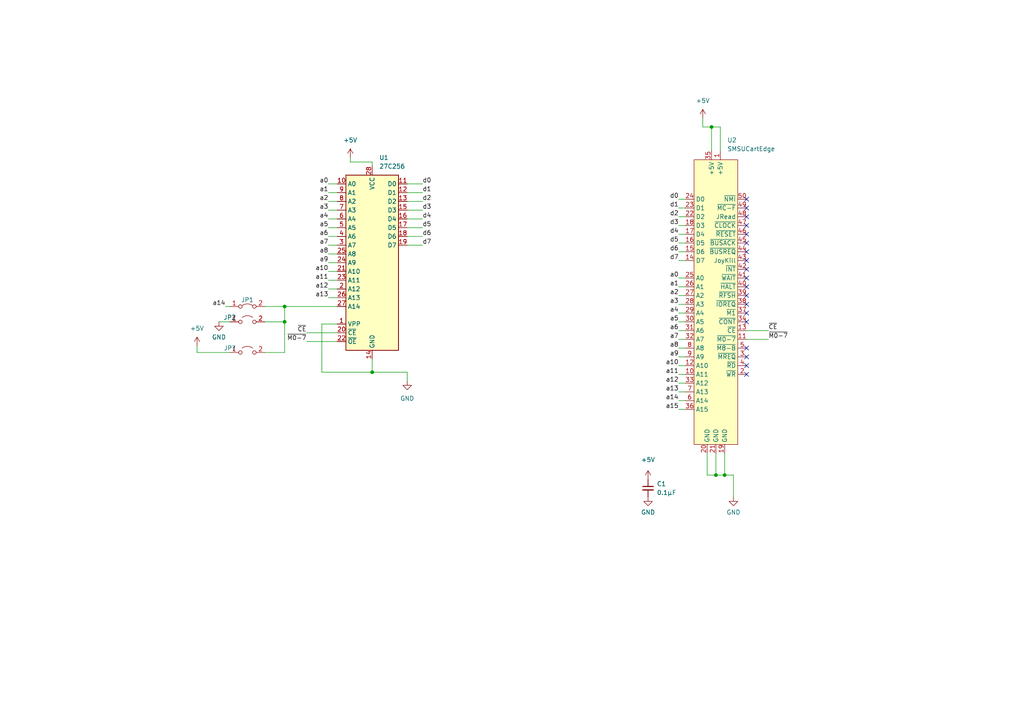
<source format=kicad_sch>
(kicad_sch (version 20211123) (generator eeschema)
  (paper "A4")
  (lib_symbols
    (symbol "Device:C_Small" (pin_numbers hide) (pin_names (offset 0.254) hide)
      (property "Reference" "C" (at 0.254 1.778 0))
      (property "Value" "C_Small" (at 0.254 -2.032 0))
      (symbol "C_Small_0_1"
        (polyline (pts (xy -1.524 -0.508) (xy 1.524 -0.508)) (stroke (width 0.3302)))
        (polyline (pts (xy -1.524 0.508) (xy 1.524 0.508)) (stroke (width 0.3048)))
      )
      (symbol "C_Small_1_1"
        (pin passive line (at 0 2.54 270) (length 2.032) (name "~") (number "1"))
        (pin passive line (at 0 -2.54 90) (length 2.032) (name "~") (number "2"))
      )
    )
    (symbol "Jumper:Jumper_2_Bridged" (pin_names (offset 0) hide)
      (property "Reference" "JP" (at 0 1.905 0))
      (property "Value" "Jumper_2_Bridged" (at 0 -2.54 0))
      (symbol "Jumper_2_Bridged_0_0"
        (circle (center -2.032 0) (radius 0.508))
        (circle (center 2.032 0) (radius 0.508))
      )
      (symbol "Jumper_2_Bridged_0_1"
        (arc (start 1.524 0.254) (mid 0 0.762) (end -1.524 0.254))
      )
      (symbol "Jumper_2_Bridged_1_1"
        (pin passive line (at -5.08 0 0) (length 2.54) (name "A") (number "1"))
        (pin passive line (at 5.08 0 180) (length 2.54) (name "B") (number "2"))
      )
    )
    (symbol "Jumper:Jumper_2_Open" (pin_names (offset 0) hide)
      (property "Reference" "JP" (at 0 2.794 0))
      (property "Value" "Jumper_2_Open" (at 0 -2.286 0))
      (symbol "Jumper_2_Open_0_0"
        (circle (center -2.032 0) (radius 0.508))
        (circle (center 2.032 0) (radius 0.508))
      )
      (symbol "Jumper_2_Open_0_1"
        (arc (start 1.524 1.27) (mid 0 1.778) (end -1.524 1.27))
      )
      (symbol "Jumper_2_Open_1_1"
        (pin passive line (at -5.08 0 0) (length 2.54) (name "A") (number "1"))
        (pin passive line (at 5.08 0 180) (length 2.54) (name "B") (number "2"))
      )
    )
    (symbol "MasterSystem:SMSUCartEdge"
      (property "Reference" "U" (at 0 0 0))
      (property "Value" "SMSUCartEdge" (at 0 0 0))
      (symbol "SMSUCartEdge_0_1"
        (rectangle (start -3.81 6.35) (end 8.89 -76.2) (fill (type background)))
      )
      (symbol "SMSUCartEdge_1_1"
        (pin power_in line (at 3.81 8.89 270) (length 2.54) (name "+5V") (number "1"))
        (pin output line (at -6.35 -55.88 0) (length 2.54) (name "A11") (number "10"))
        (pin output line (at 11.43 -45.72 180) (length 2.54) (name "~{M0-7}") (number "11"))
        (pin output line (at -6.35 -53.34 0) (length 2.54) (name "A10") (number "12"))
        (pin output line (at 11.43 -43.18 180) (length 2.54) (name "~{CE}") (number "13"))
        (pin bidirectional line (at -6.35 -22.86 0) (length 2.54) (name "D7") (number "14"))
        (pin bidirectional line (at -6.35 -20.32 0) (length 2.54) (name "D6") (number "15"))
        (pin bidirectional line (at -6.35 -17.78 0) (length 2.54) (name "D5") (number "16"))
        (pin bidirectional line (at -6.35 -15.24 0) (length 2.54) (name "D4") (number "17"))
        (pin bidirectional line (at -6.35 -12.7 0) (length 2.54) (name "D3") (number "18"))
        (pin power_in line (at 5.08 -78.74 90) (length 2.54) (name "GND") (number "19"))
        (pin output line (at 11.43 -55.88 180) (length 2.54) (name "~{WR}") (number "2"))
        (pin power_in line (at 0 -78.74 90) (length 2.54) (name "GND") (number "20"))
        (pin power_in line (at 2.54 -78.74 90) (length 2.54) (name "GND") (number "21"))
        (pin bidirectional line (at -6.35 -10.16 0) (length 2.54) (name "D2") (number "22"))
        (pin bidirectional line (at -6.35 -7.62 0) (length 2.54) (name "D1") (number "23"))
        (pin bidirectional line (at -6.35 -5.08 0) (length 2.54) (name "D0") (number "24"))
        (pin output line (at -6.35 -27.94 0) (length 2.54) (name "A0") (number "25"))
        (pin output line (at -6.35 -30.48 0) (length 2.54) (name "A1") (number "26"))
        (pin output line (at -6.35 -33.02 0) (length 2.54) (name "A2") (number "27"))
        (pin output line (at -6.35 -35.56 0) (length 2.54) (name "A3") (number "28"))
        (pin output line (at -6.35 -38.1 0) (length 2.54) (name "A4") (number "29"))
        (pin output line (at 11.43 -50.8 180) (length 2.54) (name "~{MREQ}") (number "3"))
        (pin output line (at -6.35 -40.64 0) (length 2.54) (name "A5") (number "30"))
        (pin output line (at -6.35 -43.18 0) (length 2.54) (name "A6") (number "31"))
        (pin output line (at -6.35 -45.72 0) (length 2.54) (name "A7") (number "32"))
        (pin output line (at -6.35 -58.42 0) (length 2.54) (name "A12") (number "33"))
        (pin output line (at 11.43 -40.64 180) (length 2.54) (name "~{CONT}") (number "34"))
        (pin power_in line (at 1.27 8.89 270) (length 2.54) (name "+5V") (number "35"))
        (pin output line (at -6.35 -66.04 0) (length 2.54) (name "A15") (number "36"))
        (pin output line (at 11.43 -38.1 180) (length 2.54) (name "~{M1}") (number "37"))
        (pin output line (at 11.43 -35.56 180) (length 2.54) (name "~{IOREQ}") (number "38"))
        (pin output line (at 11.43 -33.02 180) (length 2.54) (name "~{RFSH}") (number "39"))
        (pin output line (at 11.43 -53.34 180) (length 2.54) (name "~{RD}") (number "4"))
        (pin output line (at 11.43 -30.48 180) (length 2.54) (name "~{HALT}") (number "40"))
        (pin input line (at 11.43 -27.94 180) (length 2.54) (name "~{WAIT}") (number "41"))
        (pin input line (at 11.43 -25.4 180) (length 2.54) (name "~{INT}") (number "42"))
        (pin input line (at 11.43 -22.86 180) (length 2.54) (name "JoyKill") (number "43"))
        (pin input line (at 11.43 -20.32 180) (length 2.54) (name "~{BUSREQ}") (number "44"))
        (pin output line (at 11.43 -17.78 180) (length 2.54) (name "~{BUSACK}") (number "45"))
        (pin output line (at 11.43 -15.24 180) (length 2.54) (name "~{RESET}") (number "46"))
        (pin output line (at 11.43 -12.7 180) (length 2.54) (name "~{CLOCK}") (number "47"))
        (pin output line (at 11.43 -10.16 180) (length 2.54) (name "JRead") (number "48"))
        (pin output line (at 11.43 -7.62 180) (length 2.54) (name "~{MC-F}") (number "49"))
        (pin output line (at 11.43 -48.26 180) (length 2.54) (name "~{M8-B}") (number "5"))
        (pin input line (at 11.43 -5.08 180) (length 2.54) (name "~{NMI}") (number "50"))
        (pin output line (at -6.35 -63.5 0) (length 2.54) (name "A14") (number "6"))
        (pin output line (at -6.35 -60.96 0) (length 2.54) (name "A13") (number "7"))
        (pin output line (at -6.35 -48.26 0) (length 2.54) (name "A8") (number "8"))
        (pin output line (at -6.35 -50.8 0) (length 2.54) (name "A9") (number "9"))
      )
    )
    (symbol "Memory_EPROM:27C256"
      (property "Reference" "U" (at -7.62 26.67 0))
      (property "Value" "27C256" (at 2.54 -26.67 0))
      (symbol "27C256_1_1"
        (rectangle (start -7.62 25.4) (end 7.62 -25.4) (stroke (width 0.254)) (fill (type background)))
        (pin input line (at -10.16 -17.78 0) (length 2.54) (name "VPP") (number "1"))
        (pin input line (at -10.16 22.86 0) (length 2.54) (name "A0") (number "10"))
        (pin tri_state line (at 10.16 22.86 180) (length 2.54) (name "D0") (number "11"))
        (pin tri_state line (at 10.16 20.32 180) (length 2.54) (name "D1") (number "12"))
        (pin tri_state line (at 10.16 17.78 180) (length 2.54) (name "D2") (number "13"))
        (pin power_in line (at 0 -27.94 90) (length 2.54) (name "GND") (number "14"))
        (pin tri_state line (at 10.16 15.24 180) (length 2.54) (name "D3") (number "15"))
        (pin tri_state line (at 10.16 12.7 180) (length 2.54) (name "D4") (number "16"))
        (pin tri_state line (at 10.16 10.16 180) (length 2.54) (name "D5") (number "17"))
        (pin tri_state line (at 10.16 7.62 180) (length 2.54) (name "D6") (number "18"))
        (pin tri_state line (at 10.16 5.08 180) (length 2.54) (name "D7") (number "19"))
        (pin input line (at -10.16 -7.62 0) (length 2.54) (name "A12") (number "2"))
        (pin input line (at -10.16 -20.32 0) (length 2.54) (name "~{CE}") (number "20"))
        (pin input line (at -10.16 -2.54 0) (length 2.54) (name "A10") (number "21"))
        (pin input line (at -10.16 -22.86 0) (length 2.54) (name "~{OE}") (number "22"))
        (pin input line (at -10.16 -5.08 0) (length 2.54) (name "A11") (number "23"))
        (pin input line (at -10.16 0 0) (length 2.54) (name "A9") (number "24"))
        (pin input line (at -10.16 2.54 0) (length 2.54) (name "A8") (number "25"))
        (pin input line (at -10.16 -10.16 0) (length 2.54) (name "A13") (number "26"))
        (pin input line (at -10.16 -12.7 0) (length 2.54) (name "A14") (number "27"))
        (pin power_in line (at 0 27.94 270) (length 2.54) (name "VCC") (number "28"))
        (pin input line (at -10.16 5.08 0) (length 2.54) (name "A7") (number "3"))
        (pin input line (at -10.16 7.62 0) (length 2.54) (name "A6") (number "4"))
        (pin input line (at -10.16 10.16 0) (length 2.54) (name "A5") (number "5"))
        (pin input line (at -10.16 12.7 0) (length 2.54) (name "A4") (number "6"))
        (pin input line (at -10.16 15.24 0) (length 2.54) (name "A3") (number "7"))
        (pin input line (at -10.16 17.78 0) (length 2.54) (name "A2") (number "8"))
        (pin input line (at -10.16 20.32 0) (length 2.54) (name "A1") (number "9"))
      )
    )
    (symbol "power:+5V" (power) (pin_names (offset 0))
      (property "Value" "+5V" (at 0 3.556 0))
      (symbol "+5V_0_1"
        (polyline (pts (xy -0.762 1.27) (xy 0 2.54)))
        (polyline (pts (xy 0 0) (xy 0 2.54)))
        (polyline (pts (xy 0 2.54) (xy 0.762 1.27)))
      )
      (symbol "+5V_1_1"
        (pin power_in line (at 0 0 90) (length 0) hide (name "+5V") (number "1"))
      )
    )
    (symbol "power:GND" (power) (pin_names (offset 0))
      (property "Value" "GND" (at 0 -3.81 0))
      (symbol "GND_0_1"
        (polyline (pts (xy 0 0) (xy 0 -1.27) (xy 1.27 -1.27) (xy 0 -2.54) (xy -1.27 -1.27) (xy 0 -1.27)))
      )
      (symbol "GND_1_1"
        (pin power_in line (at 0 0 270) (length 0) hide (name "GND") (number "1"))
      )
    )
  )
  (junction (at 82.55 88.9))
  (junction (at 82.55 93.345))
  (junction (at 206.375 36.83))
  (junction (at 207.645 137.795))
  (junction (at 107.95 107.95))
  (junction (at 210.185 137.795))
  (no_connect (at 216.535 106.045))
  (no_connect (at 216.535 103.505))
  (no_connect (at 216.535 100.965))
  (no_connect (at 216.535 108.585))
  (no_connect (at 216.535 57.785))
  (no_connect (at 216.535 60.325))
  (no_connect (at 216.535 83.185))
  (no_connect (at 216.535 75.565))
  (no_connect (at 216.535 78.105))
  (no_connect (at 216.535 80.645))
  (no_connect (at 216.535 67.945))
  (no_connect (at 216.535 70.485))
  (no_connect (at 216.535 73.025))
  (no_connect (at 216.535 62.865))
  (no_connect (at 216.535 65.405))
  (no_connect (at 216.535 90.805))
  (no_connect (at 216.535 93.345))
  (no_connect (at 216.535 85.725))
  (no_connect (at 216.535 88.265))
  (wire (pts (xy 196.85 88.265) (xy 198.755 88.265)))
  (wire (pts (xy 196.85 60.325) (xy 198.755 60.325)))
  (wire (pts (xy 101.6 45.72) (xy 101.6 46.99)))
  (wire (pts (xy 208.915 36.83) (xy 208.915 43.815)))
  (wire (pts (xy 206.375 36.83) (xy 206.375 43.815)))
  (wire (pts (xy 196.85 80.645) (xy 198.755 80.645)))
  (wire (pts (xy 196.85 118.745) (xy 198.755 118.745)))
  (wire (pts (xy 95.25 73.66) (xy 97.79 73.66)))
  (wire (pts (xy 95.25 66.04) (xy 97.79 66.04)))
  (wire (pts (xy 65.405 88.9) (xy 66.675 88.9)))
  (wire (pts (xy 57.15 102.235) (xy 66.675 102.235)))
  (wire (pts (xy 203.835 36.83) (xy 206.375 36.83)))
  (wire (pts (xy 118.11 55.88) (xy 122.555 55.88)))
  (wire (pts (xy 207.645 131.445) (xy 207.645 137.795)))
  (wire (pts (xy 212.725 137.795) (xy 210.185 137.795)))
  (wire (pts (xy 196.85 98.425) (xy 198.755 98.425)))
  (wire (pts (xy 107.95 107.95) (xy 107.95 104.14)))
  (wire (pts (xy 196.85 67.945) (xy 198.755 67.945)))
  (wire (pts (xy 95.25 63.5) (xy 97.79 63.5)))
  (wire (pts (xy 196.85 85.725) (xy 198.755 85.725)))
  (wire (pts (xy 95.25 68.58) (xy 97.79 68.58)))
  (wire (pts (xy 63.5 93.345) (xy 66.675 93.345)))
  (wire (pts (xy 196.85 95.885) (xy 198.755 95.885)))
  (wire (pts (xy 196.85 106.045) (xy 198.755 106.045)))
  (wire (pts (xy 118.11 53.34) (xy 122.555 53.34)))
  (wire (pts (xy 82.55 93.345) (xy 82.55 88.9)))
  (wire (pts (xy 76.835 88.9) (xy 82.55 88.9)))
  (wire (pts (xy 196.85 70.485) (xy 198.755 70.485)))
  (wire (pts (xy 118.11 107.95) (xy 107.95 107.95)))
  (wire (pts (xy 95.25 78.74) (xy 97.79 78.74)))
  (wire (pts (xy 76.835 102.235) (xy 82.55 102.235)))
  (wire (pts (xy 212.725 144.145) (xy 212.725 137.795)))
  (wire (pts (xy 196.85 65.405) (xy 198.755 65.405)))
  (wire (pts (xy 95.25 71.12) (xy 97.79 71.12)))
  (wire (pts (xy 95.25 60.96) (xy 97.79 60.96)))
  (wire (pts (xy 95.25 76.2) (xy 97.79 76.2)))
  (wire (pts (xy 203.835 34.29) (xy 203.835 36.83)))
  (wire (pts (xy 118.11 110.49) (xy 118.11 107.95)))
  (wire (pts (xy 118.11 60.96) (xy 122.555 60.96)))
  (wire (pts (xy 95.25 81.28) (xy 97.79 81.28)))
  (wire (pts (xy 118.11 63.5) (xy 122.555 63.5)))
  (wire (pts (xy 95.25 55.88) (xy 97.79 55.88)))
  (wire (pts (xy 95.25 83.82) (xy 97.79 83.82)))
  (wire (pts (xy 82.55 88.9) (xy 97.79 88.9)))
  (wire (pts (xy 95.25 86.36) (xy 97.79 86.36)))
  (wire (pts (xy 107.95 46.99) (xy 107.95 48.26)))
  (wire (pts (xy 210.185 131.445) (xy 210.185 137.795)))
  (wire (pts (xy 93.345 107.95) (xy 107.95 107.95)))
  (wire (pts (xy 118.11 58.42) (xy 122.555 58.42)))
  (wire (pts (xy 206.375 36.83) (xy 208.915 36.83)))
  (wire (pts (xy 95.25 53.34) (xy 97.79 53.34)))
  (wire (pts (xy 93.345 93.98) (xy 93.345 107.95)))
  (wire (pts (xy 196.85 111.125) (xy 198.755 111.125)))
  (wire (pts (xy 118.11 71.12) (xy 122.555 71.12)))
  (wire (pts (xy 57.15 100.33) (xy 57.15 102.235)))
  (wire (pts (xy 205.105 137.795) (xy 205.105 131.445)))
  (wire (pts (xy 196.85 83.185) (xy 198.755 83.185)))
  (wire (pts (xy 95.25 58.42) (xy 97.79 58.42)))
  (wire (pts (xy 82.55 102.235) (xy 82.55 93.345)))
  (wire (pts (xy 196.85 62.865) (xy 198.755 62.865)))
  (wire (pts (xy 196.85 103.505) (xy 198.755 103.505)))
  (wire (pts (xy 97.79 93.98) (xy 93.345 93.98)))
  (wire (pts (xy 196.85 90.805) (xy 198.755 90.805)))
  (wire (pts (xy 196.85 75.565) (xy 198.755 75.565)))
  (wire (pts (xy 88.9 96.52) (xy 97.79 96.52)))
  (wire (pts (xy 196.85 57.785) (xy 198.755 57.785)))
  (wire (pts (xy 88.9 99.06) (xy 97.79 99.06)))
  (wire (pts (xy 76.835 93.345) (xy 82.55 93.345)))
  (wire (pts (xy 196.85 93.345) (xy 198.755 93.345)))
  (wire (pts (xy 216.535 98.425) (xy 222.885 98.425)))
  (wire (pts (xy 196.85 100.965) (xy 198.755 100.965)))
  (wire (pts (xy 101.6 46.99) (xy 107.95 46.99)))
  (wire (pts (xy 216.535 95.885) (xy 222.885 95.885)))
  (wire (pts (xy 118.11 66.04) (xy 122.555 66.04)))
  (wire (pts (xy 196.85 116.205) (xy 198.755 116.205)))
  (wire (pts (xy 196.85 113.665) (xy 198.755 113.665)))
  (wire (pts (xy 207.645 137.795) (xy 205.105 137.795)))
  (wire (pts (xy 210.185 137.795) (xy 207.645 137.795)))
  (wire (pts (xy 196.85 108.585) (xy 198.755 108.585)))
  (wire (pts (xy 196.85 73.025) (xy 198.755 73.025)))
  (wire (pts (xy 118.11 68.58) (xy 122.555 68.58)))
  (label "a3" (at 95.25 60.96 180))
  (label "~{M0-7}" (at 88.9 99.06 180))
  (label "a7" (at 95.25 71.12 180))
  (label "a0" (at 95.25 53.34 180))
  (label "a4" (at 196.85 90.805 180))
  (label "a13" (at 196.85 113.665 180))
  (label "d0" (at 122.555 53.34 0))
  (label "a2" (at 95.25 58.42 180))
  (label "a6" (at 196.85 95.885 180))
  (label "d0" (at 196.85 57.785 180))
  (label "d5" (at 122.555 66.04 0))
  (label "d6" (at 196.85 73.025 180))
  (label "a10" (at 95.25 78.74 180))
  (label "a14" (at 196.85 116.205 180))
  (label "~{CE}" (at 88.9 96.52 180))
  (label "a10" (at 196.85 106.045 180))
  (label "a13" (at 95.25 86.36 180))
  (label "a2" (at 196.85 85.725 180))
  (label "a6" (at 95.25 68.58 180))
  (label "a4" (at 95.25 63.5 180))
  (label "a9" (at 196.85 103.505 180))
  (label "d7" (at 196.85 75.565 180))
  (label "a8" (at 95.25 73.66 180))
  (label "a3" (at 196.85 88.265 180))
  (label "d7" (at 122.555 71.12 0))
  (label "d6" (at 122.555 68.58 0))
  (label "a9" (at 95.25 76.2 180))
  (label "a12" (at 95.25 83.82 180))
  (label "d2" (at 196.85 62.865 180))
  (label "a11" (at 196.85 108.585 180))
  (label "d3" (at 196.85 65.405 180))
  (label "a1" (at 95.25 55.88 180))
  (label "d1" (at 196.85 60.325 180))
  (label "~{CE}" (at 222.885 95.885 0))
  (label "a5" (at 196.85 93.345 180))
  (label "a7" (at 196.85 98.425 180))
  (label "a0" (at 196.85 80.645 180))
  (label "d4" (at 196.85 67.945 180))
  (label "d2" (at 122.555 58.42 0))
  (label "d1" (at 122.555 55.88 0))
  (label "a14" (at 65.405 88.9 180))
  (label "~{M0-7}" (at 222.885 98.425 0))
  (label "a1" (at 196.85 83.185 180))
  (label "a15" (at 196.85 118.745 180))
  (label "d3" (at 122.555 60.96 0))
  (label "a8" (at 196.85 100.965 180))
  (label "a12" (at 196.85 111.125 180))
  (label "d4" (at 122.555 63.5 0))
  (label "a11" (at 95.25 81.28 180))
  (label "d5" (at 196.85 70.485 180))
  (label "a5" (at 95.25 66.04 180))
  (symbol (lib_id "power:+5V") (at 57.15 100.33 0) (unit 1)
    (property "Reference" "#PWR?" (effects hide))
    (property "Value" "+5V" (at 57.15 95.25 0))
  )
  (symbol (lib_id "Jumper:Jumper_2_Bridged") (at 71.755 88.9 0) (unit 1)
    (property "Reference" "JP1" (at 71.755 86.995 0))
    (property "Value" "Jumper_2_Bridged" (effects hide))
    (property "Footprint" "Jumper:SolderJumper-2_P1.3mm_Bridged_RoundedPad1.0x1.5mm" (effects hide))
  )
  (symbol (lib_id "power:+5V") (at 101.6 45.72 0) (unit 1)
    (property "Reference" "#PWR0105" (effects hide))
    (property "Value" "+5V" (at 101.6 40.64 0))
  )
  (symbol (lib_id "power:GND") (at 63.5 93.345 0) (unit 1)
    (property "Reference" "#PWR0107" (effects hide))
    (property "Value" "GND" (at 63.5 97.79 0))
  )
  (symbol (lib_id "power:+5V") (at 203.835 34.29 0) (unit 1)
    (property "Reference" "#PWR0101" (effects hide))
    (property "Value" "+5V" (at 203.835 29.21 0))
  )
  (symbol (lib_id "Device:C_Small") (at 187.96 141.605 0) (unit 1)
    (property "Reference" "C1" (at 190.5 140.3412 0) (effects (justify left)))
    (property "Value" "0.1µF" (at 190.5 142.8812 0) (effects (justify left)))
    (property "Footprint" "Capacitor_THT:C_Disc_D3.8mm_W2.6mm_P2.50mm" (effects hide))
  )
  (symbol (lib_id "Jumper:Jumper_2_Open") (at 71.755 102.235 0) (unit 1)
    (property "Reference" "JP?" (at 66.675 100.965 0))
    (property "Value" "Jumper_2_Open" (effects hide))
    (property "Footprint" "Jumper:SolderJumper-2_P1.3mm_Open_RoundedPad1.0x1.5mm" (effects hide))
  )
  (symbol (lib_id "Jumper:Jumper_2_Open") (at 71.755 93.345 0) (unit 1)
    (property "Reference" "JP2" (at 66.675 92.075 0))
    (property "Value" "Jumper_2_Open" (effects hide))
    (property "Footprint" "Jumper:SolderJumper-2_P1.3mm_Open_RoundedPad1.0x1.5mm" (effects hide))
  )
  (symbol (lib_id "power:GND") (at 118.11 110.49 0) (unit 1)
    (property "Reference" "#PWR0106" (effects hide))
    (property "Value" "GND" (at 118.11 115.57 0))
  )
  (symbol (lib_id "Memory_EPROM:27C256") (at 107.95 76.2 0) (unit 1)
    (property "Reference" "U1" (at 109.9694 45.72 0) (effects (justify left)))
    (property "Value" "27C256" (at 109.9694 48.26 0) (effects (justify left)))
    (property "Footprint" "Package_DIP:DIP-28_W15.24mm" (effects hide))
    (property "Datasheet" "http://ww1.microchip.com/downloads/en/DeviceDoc/doc0014.pdf" (effects hide))
  )
  (symbol (lib_id "power:+5V") (at 187.96 139.065 0) (unit 1)
    (property "Reference" "#PWR0104" (effects hide))
    (property "Value" "+5V" (at 187.96 133.35 0))
  )
  (symbol (lib_id "MasterSystem:SMSUCartEdge") (at 205.105 52.705 0) (unit 1)
    (property "Reference" "U2" (at 210.9344 40.64 0) (effects (justify left)))
    (property "Value" "SMSUCartEdge" (at 210.9344 43.18 0) (effects (justify left)))
    (property "Footprint" "MasterSystem:SMS_Cartridge" (effects hide))
  )
  (symbol (lib_id "power:GND") (at 212.725 144.145 0) (unit 1)
    (property "Reference" "#PWR0102" (effects hide))
    (property "Value" "GND" (at 212.725 148.59 0))
  )
  (symbol (lib_id "power:GND") (at 187.96 144.145 0) (unit 1)
    (property "Reference" "#PWR0103" (effects hide))
    (property "Value" "GND" (at 187.96 148.59 0))
  )
)
</source>
